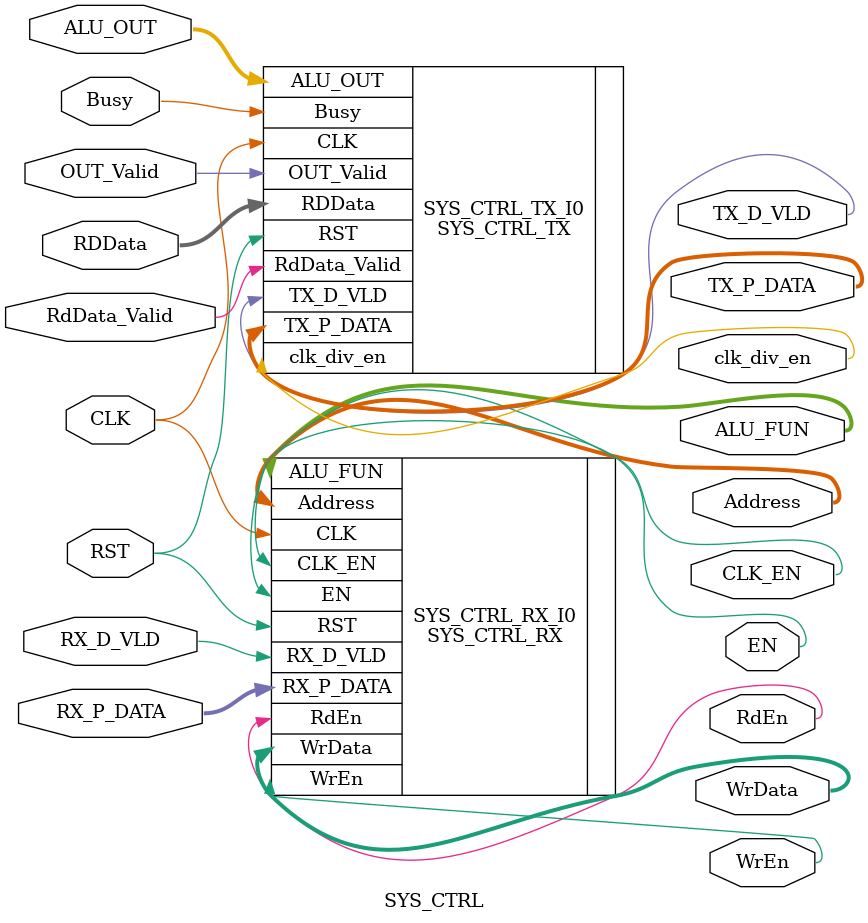
<source format=v>

/*
// Module: SYS_CTRL.v
// Description: System Controller using verilog code 
// Owner : Mohamed Ayman Elsayed 
// Date : 1 October 2022
*/

module SYS_CTRL 
#( parameter Data_width        = 8 ,
             OPERAND_WIDTH     = 8 ,
             ALU_OUT_WIDTH     = OPERAND_WIDTH + OPERAND_WIDTH , 
             NUM_OF_OPERATIONS = 16,
             DEPTH             = 16
 )

 (
    // ------------------------ input & output ports ----------------------------------

    input       wire               [  Data_width-1   : 0 ]                  RX_P_DATA,
    input       wire                                                        RX_D_VLD,
    input       wire                                                        CLK,
    input       wire                                                        RST,
    input       wire               [ ALU_OUT_WIDTH-1 : 0 ]                  ALU_OUT,
    input       wire                                                        OUT_Valid,
    input       wire               [   Data_width-1  : 0 ]                  RDData,
    input       wire                                                        RdData_Valid,
    input       wire                                                        Busy,
    output      wire                                                        EN,
    output      wire        [   $clog2 (NUM_OF_OPERATIONS)-1 : 0 ]          ALU_FUN,
    output      wire                                                        CLK_EN,
    output      wire               [ $clog2 (DEPTH)-1 : 0 ]                 Address,
    output      wire                                                        WrEn,
    output      wire                                                        RdEn,
    output      wire               [  Data_width-1    : 0 ]                 WrData,
    output      wire                                                        clk_div_en,
    output      wire                [   Data_width-1  : 0 ]                 TX_P_DATA,
    output      wire                                                        TX_D_VLD

 );

    // ------------------------ SYS CTRL RX Instantation ----------------------------------
    
    SYS_CTRL_RX #( .Data_width ( Data_width ), .OPERAND_WIDTH ( OPERAND_WIDTH ) , .ALU_OUT_WIDTH ( ALU_OUT_WIDTH ) , .NUM_OF_OPERATIONS ( NUM_OF_OPERATIONS ) , .DEPTH ( DEPTH )  ) SYS_CTRL_RX_I0 ( 

        .RX_P_DATA ( RX_P_DATA ),
        .RX_D_VLD ( RX_D_VLD ),
        .CLK ( CLK ),
        .RST ( RST ),
        .EN ( EN ),
        .ALU_FUN ( ALU_FUN ),
        .CLK_EN ( CLK_EN ),
        .Address ( Address ),
        .WrEn ( WrEn ),
        .RdEn ( RdEn ),
        .WrData ( WrData )
    );

    // ------------------------ SYS CTRL TX Instantation ----------------------------------

    SYS_CTRL_TX #( .Data_width ( Data_width ), .OPERAND_WIDTH ( OPERAND_WIDTH ) , .ALU_OUT_WIDTH ( ALU_OUT_WIDTH )) SYS_CTRL_TX_I0 (

        .ALU_OUT ( ALU_OUT ),
        .OUT_Valid ( OUT_Valid ),
        .RDData ( RDData ),
        .RdData_Valid ( RdData_Valid ),
        .Busy ( Busy ),
        .CLK ( CLK ),
        .RST ( RST ),
        .clk_div_en ( clk_div_en ),
        .TX_P_DATA ( TX_P_DATA ),
        .TX_D_VLD ( TX_D_VLD )

    ); 


endmodule
</source>
